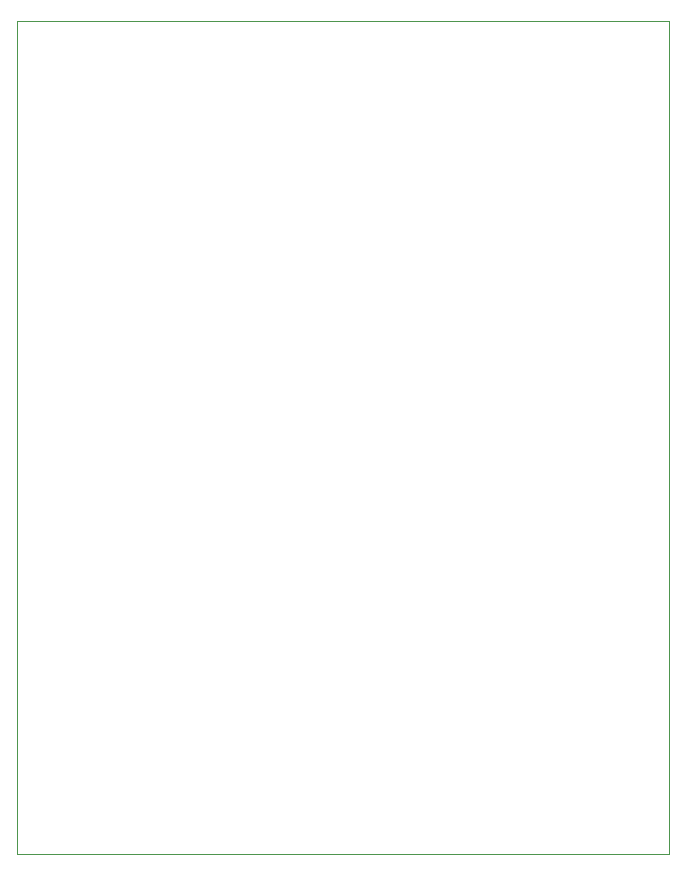
<source format=gm1>
%TF.GenerationSoftware,KiCad,Pcbnew,(6.0.2)*%
%TF.CreationDate,2023-04-06T22:37:42-04:00*%
%TF.ProjectId,skydiving-altimeter,736b7964-6976-4696-9e67-2d616c74696d,rev?*%
%TF.SameCoordinates,Original*%
%TF.FileFunction,Profile,NP*%
%FSLAX46Y46*%
G04 Gerber Fmt 4.6, Leading zero omitted, Abs format (unit mm)*
G04 Created by KiCad (PCBNEW (6.0.2)) date 2023-04-06 22:37:42*
%MOMM*%
%LPD*%
G01*
G04 APERTURE LIST*
%TA.AperFunction,Profile*%
%ADD10C,0.100000*%
%TD*%
G04 APERTURE END LIST*
D10*
X78740000Y-52705000D02*
X133985000Y-52705000D01*
X133985000Y-52705000D02*
X133985000Y-123190000D01*
X133985000Y-123190000D02*
X78740000Y-123190000D01*
X78740000Y-123190000D02*
X78740000Y-52705000D01*
M02*

</source>
